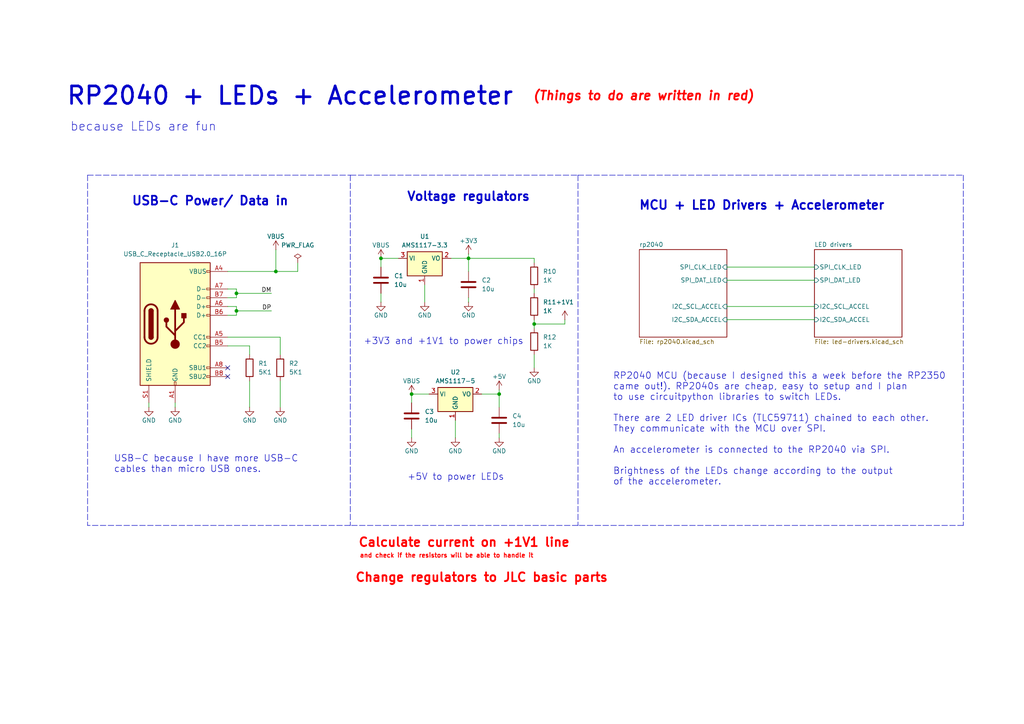
<source format=kicad_sch>
(kicad_sch (version 20231120) (generator "eeschema") (generator_version "8.0")
  (paper "A4")
  (lib_symbols
    (symbol "Connector:USB_C_Receptacle_USB2.0_16P" (pin_names (offset 1.016))
      (property "Reference" "J" (at 0 22.225 0))
      (property "Value" "USB_C_Receptacle_USB2.0_16P" (at 0 19.685 0))
      (symbol "USB_C_Receptacle_USB2.0_16P_0_0"
        (rectangle (start -0.254 -17.78) (end 0.254 -16.764))
        (rectangle (start 10.16 -14.986) (end 9.144 -15.494))
        (rectangle (start 10.16 -12.446) (end 9.144 -12.954))
        (rectangle (start 10.16 -6.096) (end 9.144 -6.604))
        (rectangle (start 10.16 -3.556) (end 9.144 -4.064))
        (rectangle (start 10.16 2.794) (end 9.144 2.286))
        (rectangle (start 10.16 5.334) (end 9.144 4.826))
        (rectangle (start 10.16 7.874) (end 9.144 7.366))
        (rectangle (start 10.16 10.414) (end 9.144 9.906))
        (rectangle (start 10.16 15.494) (end 9.144 14.986))
      )
      (symbol "USB_C_Receptacle_USB2.0_16P_0_1"
        (rectangle (start -10.16 17.78) (end 10.16 -17.78) (stroke (width 0.254)) (fill (type background)))
        (arc (start -8.89 -3.81) (mid -6.985 -5.7067) (end -5.08 -3.81) (stroke (width 0.508)))
        (arc (start -7.62 -3.81) (mid -6.985 -4.4423) (end -6.35 -3.81) (stroke (width 0.254)))
        (arc (start -7.62 -3.81) (mid -6.985 -4.4423) (end -6.35 -3.81) (stroke (width 0.254)) (fill (type outline)))
        (rectangle (start -7.62 -3.81) (end -6.35 3.81) (stroke (width 0.254)) (fill (type outline)))
        (arc (start -6.35 3.81) (mid -6.985 4.4423) (end -7.62 3.81) (stroke (width 0.254)))
        (arc (start -6.35 3.81) (mid -6.985 4.4423) (end -7.62 3.81) (stroke (width 0.254)) (fill (type outline)))
        (arc (start -5.08 3.81) (mid -6.985 5.7067) (end -8.89 3.81) (stroke (width 0.508)))
        (circle (center -2.54 1.143) (radius 0.635) (stroke (width 0.254)) (fill (type outline)))
        (circle (center 0 -5.842) (radius 1.27) (fill (type outline)))
        (polyline (pts (xy -8.89 -3.81) (xy -8.89 3.81)) (stroke (width 0.508)))
        (polyline (pts (xy -5.08 3.81) (xy -5.08 -3.81)) (stroke (width 0.508)))
        (polyline (pts (xy 0 -5.842) (xy 0 4.318)) (stroke (width 0.508)))
        (polyline (pts (xy 0 -3.302) (xy -2.54 -0.762) (xy -2.54 0.508)) (stroke (width 0.508)))
        (polyline (pts (xy 0 -2.032) (xy 2.54 0.508) (xy 2.54 1.778)) (stroke (width 0.508)))
        (polyline (pts (xy -1.27 4.318) (xy 0 6.858) (xy 1.27 4.318) (xy -1.27 4.318)) (stroke (width 0.254)) (fill (type outline)))
        (rectangle (start 1.905 1.778) (end 3.175 3.048) (stroke (width 0.254)) (fill (type outline)))
      )
      (symbol "USB_C_Receptacle_USB2.0_16P_1_1"
        (pin passive line (at 0 -22.86 90) (length 5.08) (name "GND") (number "A1"))
        (pin passive line (at 0 -22.86 90) (length 5.08) hide (name "GND") (number "A12"))
        (pin passive line (at 15.24 15.24 180) (length 5.08) (name "VBUS") (number "A4"))
        (pin bidirectional line (at 15.24 -3.81 180) (length 5.08) (name "CC1") (number "A5"))
        (pin bidirectional line (at 15.24 5.08 180) (length 5.08) (name "D+") (number "A6"))
        (pin bidirectional line (at 15.24 10.16 180) (length 5.08) (name "D-") (number "A7"))
        (pin bidirectional line (at 15.24 -12.7 180) (length 5.08) (name "SBU1") (number "A8"))
        (pin passive line (at 15.24 15.24 180) (length 5.08) hide (name "VBUS") (number "A9"))
        (pin passive line (at 0 -22.86 90) (length 5.08) hide (name "GND") (number "B1"))
        (pin passive line (at 0 -22.86 90) (length 5.08) hide (name "GND") (number "B12"))
        (pin passive line (at 15.24 15.24 180) (length 5.08) hide (name "VBUS") (number "B4"))
        (pin bidirectional line (at 15.24 -6.35 180) (length 5.08) (name "CC2") (number "B5"))
        (pin bidirectional line (at 15.24 2.54 180) (length 5.08) (name "D+") (number "B6"))
        (pin bidirectional line (at 15.24 7.62 180) (length 5.08) (name "D-") (number "B7"))
        (pin bidirectional line (at 15.24 -15.24 180) (length 5.08) (name "SBU2") (number "B8"))
        (pin passive line (at 15.24 15.24 180) (length 5.08) hide (name "VBUS") (number "B9"))
        (pin passive line (at -7.62 -22.86 90) (length 5.08) (name "SHIELD") (number "S1"))
      )
    )
    (symbol "Device:C" (pin_numbers hide) (pin_names (offset 0.254))
      (property "Reference" "C" (at 0.635 2.54 0))
      (property "Value" "10u" (at 0.635 -2.54 0))
      (symbol "C_0_1"
        (polyline (pts (xy -2.032 -0.762) (xy 2.032 -0.762)) (stroke (width 0.508)))
        (polyline (pts (xy -2.032 0.762) (xy 2.032 0.762)) (stroke (width 0.508)))
      )
      (symbol "C_1_1"
        (pin passive line (at 0 3.81 270) (length 2.794) (name "~") (number "1"))
        (pin passive line (at 0 -3.81 90) (length 2.794) (name "~") (number "2"))
      )
    )
    (symbol "jellybeans:C-0603-10u-25V" (pin_numbers hide) (pin_names (offset 0.254))
      (property "Reference" "C" (at 0.635 2.54 0))
      (property "Value" "10u" (at 0.635 -2.54 0))
      (symbol "C-0603-10u-25V_0_1"
        (polyline (pts (xy -2.032 -0.762) (xy 2.032 -0.762)) (stroke (width 0.508)))
        (polyline (pts (xy -2.032 0.762) (xy 2.032 0.762)) (stroke (width 0.508)))
      )
      (symbol "C-0603-10u-25V_1_1"
        (pin passive line (at 0 3.81 270) (length 2.794) (name "~") (number "1"))
        (pin passive line (at 0 -3.81 90) (length 2.794) (name "~") (number "2"))
      )
    )
    (symbol "jellybeans:R-0402-5K1" (pin_numbers hide) (pin_names (offset 0))
      (property "Reference" "R" (at 2.032 0 90))
      (property "Value" "5K1" (at 0 0 90))
      (symbol "R-0402-5K1_0_1"
        (rectangle (start -1.016 -2.54) (end 1.016 2.54) (stroke (width 0.254)))
      )
      (symbol "R-0402-5K1_1_1"
        (pin passive line (at 0 3.81 270) (length 1.27) (name "~") (number "1"))
        (pin passive line (at 0 -3.81 90) (length 1.27) (name "~") (number "2"))
      )
    )
    (symbol "jellybeans:R-0603-1K" (pin_numbers hide) (pin_names (offset 0))
      (property "Reference" "R" (at 2.286 1.524 0))
      (property "Value" "1K" (at 2.794 -1.524 0))
      (symbol "R-0603-1K_0_1"
        (rectangle (start -1.016 -2.54) (end 1.016 2.54) (stroke (width 0.254)))
      )
      (symbol "R-0603-1K_1_1"
        (pin passive line (at 0 3.81 270) (length 1.27) (name "~") (number "1"))
        (pin passive line (at 0 -3.81 90) (length 1.27) (name "~") (number "2"))
      )
    )
    (symbol "power:+1V1" (power) (pin_numbers hide) (pin_names (offset 0) hide)
      (property "Value" "+1V1" (at 0 3.556 0))
      (symbol "+1V1_0_1"
        (polyline (pts (xy -0.762 1.27) (xy 0 2.54)))
        (polyline (pts (xy 0 0) (xy 0 2.54)))
        (polyline (pts (xy 0 2.54) (xy 0.762 1.27)))
      )
      (symbol "+1V1_1_1"
        (pin power_in line (at 0 0 90) (length 0) (name "~") (number "1"))
      )
    )
    (symbol "power:+3V3" (power) (pin_numbers hide) (pin_names (offset 0) hide)
      (property "Value" "+3V3" (at 0 3.556 0))
      (symbol "+3V3_0_1"
        (polyline (pts (xy -0.762 1.27) (xy 0 2.54)))
        (polyline (pts (xy 0 0) (xy 0 2.54)))
        (polyline (pts (xy 0 2.54) (xy 0.762 1.27)))
      )
      (symbol "+3V3_1_1"
        (pin power_in line (at 0 0 90) (length 0) (name "~") (number "1"))
      )
    )
    (symbol "power:GND" (power) (pin_numbers hide) (pin_names (offset 0) hide)
      (property "Value" "GND" (at 0 -3.81 0))
      (symbol "GND_0_1"
        (polyline (pts (xy 0 0) (xy 0 -1.27) (xy 1.27 -1.27) (xy 0 -2.54) (xy -1.27 -1.27) (xy 0 -1.27)))
      )
      (symbol "GND_1_1"
        (pin power_in line (at 0 0 270) (length 0) (name "~") (number "1"))
      )
    )
    (symbol "power:PWR_FLAG" (power) (pin_numbers hide) (pin_names (offset 0) hide)
      (property "Value" "PWR_FLAG" (at 0 3.81 0))
      (symbol "PWR_FLAG_0_0"
        (pin power_out line (at 0 0 90) (length 0) (name "~") (number "1"))
      )
      (symbol "PWR_FLAG_0_1"
        (polyline (pts (xy 0 0) (xy 0 1.27) (xy -1.016 1.905) (xy 0 2.54) (xy 1.016 1.905) (xy 0 1.27)))
      )
    )
    (symbol "power:VBUS" (power) (pin_numbers hide) (pin_names (offset 0) hide)
      (property "Value" "VBUS" (at 0 3.556 0))
      (symbol "VBUS_0_1"
        (polyline (pts (xy -0.762 1.27) (xy 0 2.54)))
        (polyline (pts (xy 0 0) (xy 0 2.54)))
        (polyline (pts (xy 0 2.54) (xy 0.762 1.27)))
      )
      (symbol "VBUS_1_1"
        (pin power_in line (at 0 0 90) (length 0) (name "~") (number "1"))
      )
    )
    (symbol "suchi_chips:AMS1117-3.3"
      (property "Reference" "U" (at 0 5.842 0))
      (property "Value" "AMS1117-3.3" (at 0 0 0))
      (symbol "AMS1117-3.3_0_1"
        (rectangle (start -5.08 4.445) (end 5.08 -2.54) (stroke (width 0.254)) (fill (type background)))
      )
      (symbol "AMS1117-3.3_1_1"
        (pin power_in line (at 0 -5.08 90) (length 2.54) (name "GND") (number "1"))
        (pin power_out line (at 7.62 2.54 180) (length 2.54) (name "VO") (number "2"))
        (pin power_in line (at -7.62 2.54 0) (length 2.54) (name "VI") (number "3"))
      )
    )
    (symbol "suchi_chips:AMS1117-5V"
      (property "Reference" "U" (at 0 5.842 0))
      (property "Value" "AMS1117-5" (at 0 0 0))
      (symbol "AMS1117-5V_0_1"
        (rectangle (start -5.08 4.445) (end 5.08 -2.54) (stroke (width 0.254)) (fill (type background)))
      )
      (symbol "AMS1117-5V_1_1"
        (pin power_in line (at 0 -5.08 90) (length 2.54) (name "GND") (number "1"))
        (pin power_out line (at 7.62 2.54 180) (length 2.54) (name "VO") (number "2"))
        (pin power_in line (at -7.62 2.54 0) (length 2.54) (name "VI") (number "3"))
      )
    )
  )
  (junction (at 68.58 85.09))
  (junction (at 135.89 74.93))
  (junction (at 154.94 93.98))
  (junction (at 110.49 74.93))
  (junction (at 119.38 114.3))
  (junction (at 68.58 90.17))
  (junction (at 144.78 114.3))
  (junction (at 80.01 78.74))
  (no_connect (at 66.04 106.68))
  (no_connect (at 66.04 109.22))
  (wire (pts (xy 80.01 72.39) (xy 80.01 78.74)))
  (wire (pts (xy 68.58 85.09) (xy 68.58 86.36)))
  (wire (pts (xy 144.78 113.03) (xy 144.78 114.3)))
  (wire (pts (xy 139.7 114.3) (xy 144.78 114.3)))
  (wire (pts (xy 66.04 100.33) (xy 72.39 100.33)))
  (wire (pts (xy 81.28 110.49) (xy 81.28 118.11)))
  (wire (pts (xy 68.58 90.17) (xy 68.58 91.44)))
  (wire (pts (xy 124.46 114.3) (xy 119.38 114.3)))
  (wire (pts (xy 66.04 88.9) (xy 68.58 88.9)))
  (wire (pts (xy 66.04 78.74) (xy 80.01 78.74)))
  (wire (pts (xy 154.94 93.98) (xy 163.83 93.98)))
  (polyline (pts (xy 279.4 50.8) (xy 279.4 152.4)) (stroke (width 0) (type dash)))
  (wire (pts (xy 66.04 91.44) (xy 68.58 91.44)))
  (wire (pts (xy 72.39 110.49) (xy 72.39 118.11)))
  (wire (pts (xy 135.89 86.36) (xy 135.89 87.63)))
  (wire (pts (xy 119.38 124.46) (xy 119.38 127)))
  (wire (pts (xy 81.28 97.79) (xy 81.28 102.87)))
  (wire (pts (xy 66.04 83.82) (xy 68.58 83.82)))
  (wire (pts (xy 43.18 116.84) (xy 43.18 118.11)))
  (wire (pts (xy 119.38 114.3) (xy 119.38 116.84)))
  (wire (pts (xy 68.58 90.17) (xy 78.74 90.17)))
  (wire (pts (xy 154.94 92.71) (xy 154.94 93.98)))
  (polyline (pts (xy 167.64 152.4) (xy 101.6 152.4)) (stroke (width 0) (type dash)))
  (wire (pts (xy 154.94 74.93) (xy 154.94 76.2)))
  (wire (pts (xy 123.19 82.55) (xy 123.19 87.63)))
  (wire (pts (xy 68.58 85.09) (xy 78.74 85.09)))
  (wire (pts (xy 86.36 78.74) (xy 80.01 78.74)))
  (polyline (pts (xy 167.64 50.8) (xy 167.64 152.4)) (stroke (width 0) (type dash)))
  (wire (pts (xy 144.78 125.73) (xy 144.78 127)))
  (polyline (pts (xy 167.64 50.8) (xy 279.4 50.8)) (stroke (width 0) (type dash)))
  (wire (pts (xy 154.94 93.98) (xy 154.94 95.25)))
  (wire (pts (xy 135.89 73.66) (xy 135.89 74.93)))
  (wire (pts (xy 68.58 86.36) (xy 66.04 86.36)))
  (wire (pts (xy 72.39 100.33) (xy 72.39 102.87)))
  (wire (pts (xy 144.78 114.3) (xy 144.78 118.11)))
  (wire (pts (xy 132.08 121.92) (xy 132.08 127)))
  (wire (pts (xy 135.89 74.93) (xy 154.94 74.93)))
  (wire (pts (xy 50.8 116.84) (xy 50.8 118.11)))
  (wire (pts (xy 115.57 74.93) (xy 110.49 74.93)))
  (wire (pts (xy 135.89 74.93) (xy 135.89 78.74)))
  (polyline (pts (xy 101.6 50.8) (xy 101.6 152.4)) (stroke (width 0) (type dash)))
  (wire (pts (xy 130.81 74.93) (xy 135.89 74.93)))
  (wire (pts (xy 154.94 83.82) (xy 154.94 85.09)))
  (polyline (pts (xy 101.6 50.8) (xy 167.64 50.8)) (stroke (width 0) (type dash)))
  (wire (pts (xy 210.82 81.28) (xy 236.22 81.28)))
  (wire (pts (xy 68.58 88.9) (xy 68.58 90.17)))
  (wire (pts (xy 154.94 102.87) (xy 154.94 106.68)))
  (polyline (pts (xy 101.6 152.4) (xy 25.4 152.4)) (stroke (width 0) (type dash)))
  (polyline (pts (xy 279.4 152.4) (xy 167.64 152.4)) (stroke (width 0) (type dash)))
  (wire (pts (xy 163.83 92.71) (xy 163.83 93.98)))
  (wire (pts (xy 68.58 83.82) (xy 68.58 85.09)))
  (wire (pts (xy 210.82 92.71) (xy 236.22 92.71)))
  (wire (pts (xy 210.82 88.9) (xy 236.22 88.9)))
  (wire (pts (xy 86.36 76.2) (xy 86.36 78.74)))
  (wire (pts (xy 210.82 77.47) (xy 236.22 77.47)))
  (polyline (pts (xy 25.4 50.8) (xy 25.4 152.4)) (stroke (width 0) (type dash)))
  (wire (pts (xy 110.49 85.09) (xy 110.49 87.63)))
  (polyline (pts (xy 25.4 50.8) (xy 101.6 50.8)) (stroke (width 0) (type dash)))
  (wire (pts (xy 110.49 74.93) (xy 110.49 77.47)))
  (wire (pts (xy 66.04 97.79) (xy 81.28 97.79)))
  (text "+5V to power LEDs" (at 118.11 138.43 0) (effects (font (size 1.905 1.905)) (justify left)))
  (text "MCU + LED Drivers + Accelerometer" (at 220.98 59.69 0) (effects (font (size 2.54 2.54) (thickness 0.508) (bold yes))))
  (text "+3V3 and +1V1 to power chips" (at 105.41 99.06 0) (effects (font (size 1.905 1.905)) (justify left)))
  (text "(Things to do are written in red)" (at 186.69 27.94 0) (effects (font (size 2.54 2.54) (bold yes) (italic yes))))
  (text "RP2040 + LEDs + Accelerometer" (at 19.05 27.94 0) (effects (font (size 5.08 5.08) (thickness 0.762) (bold yes)) (justify left)))
  (text "USB-C Power/ Data in" (at 60.96 58.42 0) (effects (font (size 2.54 2.54) (thickness 0.508) (bold yes))))
  (text "Voltage regulators" (at 135.89 57.15 0) (effects (font (size 2.54 2.54) (thickness 0.508) (bold yes))))
  (text "RP2040 MCU (because I designed this a week before the RP2350\ncame out!). RP2040s are cheap, easy to setup and I plan\nto use circuitpython libraries to switch LEDs.\n\nThere are 2 LED driver ICs (TLC59711) chained to each other.\nThey communicate with the MCU over SPI.\n\nAn accelerometer is connected to the RP2040 via SPI.\n\nBrightness of the LEDs change according to the output\nof the accelerometer." (at 177.8 124.46 0) (effects (font (size 1.905 1.905)) (justify left)))
  (text "Change regulators to JLC basic parts" (at 139.7 167.64 0) (effects (font (size 2.54 2.54) (bold yes))))
  (text "Calculate current on +1V1 line" (at 134.62 157.48 0) (effects (font (size 2.54 2.54) (bold yes))))
  (text "and check if the resistors will be able to handle it" (at 129.54 161.29 0) (effects (font (size 1.27 1.27) (bold yes))))
  (text "because LEDs are fun" (at 20.32 36.83 0) (effects (font (size 2.54 2.54)) (justify left)))
  (text "USB-C because I have more USB-C\ncables than micro USB ones." (at 33.02 134.62 0) (effects (font (size 1.905 1.905)) (justify left)))
  (label "DM" (at 78.74 85.09 180))
  (label "DP" (at 78.74 90.17 180))
  (symbol (lib_id "power:GND") (at 72.39 118.11 0) (unit 1)
    (property "Reference" "#PWR02" (effects (hide yes)))
    (property "Value" "GND" (at 72.39 121.92 0))
    (property "Description" "Power symbol creates a global label with name \"GND\" , ground" (effects (hide yes)))
  )
  (symbol (lib_id "power:GND") (at 119.38 127 0) (unit 1)
    (property "Reference" "#PWR012" (effects (hide yes)))
    (property "Value" "GND" (at 119.38 130.81 0))
    (property "Description" "Power symbol creates a global label with name \"GND\" , ground" (effects (hide yes)))
  )
  (symbol (lib_id "jellybeans:R-0603-1K") (at 154.94 88.9 0) (unit 1)
    (property "Reference" "R11" (at 157.48 87.6299 0) (effects (justify left)))
    (property "Value" "1K" (at 157.48 90.1699 0) (effects (justify left)))
    (property "Footprint" "Resistor_SMD:R_0603_1608Metric" (effects (hide yes)))
    (property "Description" "100mW Thick Film Resistors 75V ±1% ±200ppm/℃ 27Ω 0603 Chip Resistor - Surface Mount ROHS " (effects (hide yes)))
    (property "JLC" "C21190" (effects (hide yes)))
    (property "MFG" "UNI-ROYAL(Uniroyal Elec)" (effects (hide yes)))
    (property "MPN" "0603WAF1001T5E" (effects (hide yes)))
  )
  (symbol (lib_id "jellybeans:R-0402-5K1") (at 81.28 106.68 0) (unit 1)
    (property "Reference" "R2" (at 83.82 105.4099 0) (effects (justify left)))
    (property "Value" "5K1" (at 83.82 107.9499 0) (effects (justify left)))
    (property "Footprint" "Resistor_SMD:R_0603_1608Metric" (effects (hide yes)))
    (property "Description" "Resistor" (effects (hide yes)))
    (property "JLC" "C25197" (effects (hide yes)))
    (property "MFG" "UNI-ROYAL(Uniroyal Elec)" (effects (hide yes)))
    (property "MPN" "0603WAF510KT5E" (effects (hide yes)))
  )
  (symbol (lib_id "power:GND") (at 43.18 118.11 0) (unit 1)
    (property "Reference" "#PWR04" (effects (hide yes)))
    (property "Value" "GND" (at 43.18 121.92 0))
    (property "Description" "Power symbol creates a global label with name \"GND\" , ground" (effects (hide yes)))
  )
  (symbol (lib_id "Device:C") (at 135.89 82.55 0) (unit 1)
    (property "Reference" "C2" (at 139.7 81.2799 0) (effects (justify left)))
    (property "Value" "10u" (at 139.7 83.8199 0) (effects (justify left)))
    (property "Footprint" "Capacitor_SMD:C_0805_2012Metric" (effects (hide yes)))
    (property "Description" "25V 10uF X5R ±10% 0805 Multilayer Ceramic Capacitors MLCC - SMD/SMT ROHS " (effects (hide yes)))
    (property "MFG" "Samsung Electro-Mechanics " (effects (hide yes)))
    (property "MPN" "CL21A106KAYNNNE" (effects (hide yes)))
    (property "JLC" "C15850" (effects (hide yes)))
  )
  (symbol (lib_id "power:GND") (at 81.28 118.11 0) (unit 1)
    (property "Reference" "#PWR03" (effects (hide yes)))
    (property "Value" "GND" (at 81.28 121.92 0))
    (property "Description" "Power symbol creates a global label with name \"GND\" , ground" (effects (hide yes)))
  )
  (symbol (lib_id "power:VBUS") (at 80.01 72.39 0) (unit 1)
    (property "Reference" "#PWR05" (effects (hide yes)))
    (property "Value" "VBUS" (at 80.01 68.58 0))
    (property "Description" "Power symbol creates a global label with name \"VBUS\"" (effects (hide yes)))
  )
  (symbol (lib_id "power:GND") (at 123.19 87.63 0) (unit 1)
    (property "Reference" "#PWR07" (effects (hide yes)))
    (property "Value" "GND" (at 123.19 91.44 0))
    (property "Description" "Power symbol creates a global label with name \"GND\" , ground" (effects (hide yes)))
  )
  (symbol (lib_id "power:PWR_FLAG") (at 86.36 76.2 0) (unit 1)
    (property "Reference" "#FLG01" (effects (hide yes)))
    (property "Value" "PWR_FLAG" (at 86.36 71.12 0))
    (property "Description" "Special symbol for telling ERC where power comes from" (effects (hide yes)))
  )
  (symbol (lib_id "power:VBUS") (at 110.49 74.93 0) (unit 1)
    (property "Reference" "#PWR09" (effects (hide yes)))
    (property "Value" "VBUS" (at 110.49 71.12 0))
    (property "Description" "Power symbol creates a global label with name \"VBUS\"" (effects (hide yes)))
  )
  (symbol (lib_id "Device:C") (at 144.78 121.92 0) (unit 1)
    (property "Reference" "C4" (at 148.59 120.6499 0) (effects (justify left)))
    (property "Value" "10u" (at 148.59 123.1899 0) (effects (justify left)))
    (property "Footprint" "Capacitor_SMD:C_0805_2012Metric" (effects (hide yes)))
    (property "Description" "25V 10uF X5R ±10% 0805 Multilayer Ceramic Capacitors MLCC - SMD/SMT ROHS " (effects (hide yes)))
    (property "MFG" "Samsung Electro-Mechanics " (effects (hide yes)))
    (property "MPN" "CL21A106KAYNNNE" (effects (hide yes)))
    (property "JLC" "C15850" (effects (hide yes)))
  )
  (symbol (lib_id "power:VBUS") (at 119.38 114.3 0) (unit 1)
    (property "Reference" "#PWR011" (effects (hide yes)))
    (property "Value" "VBUS" (at 119.38 110.49 0))
    (property "Description" "Power symbol creates a global label with name \"VBUS\"" (effects (hide yes)))
  )
  (symbol (lib_id "power:GND") (at 50.8 118.11 0) (unit 1)
    (property "Reference" "#PWR01" (effects (hide yes)))
    (property "Value" "GND" (at 50.8 121.92 0))
    (property "Description" "Power symbol creates a global label with name \"GND\" , ground" (effects (hide yes)))
  )
  (symbol (lib_id "jellybeans:C-0603-10u-25V") (at 110.49 81.28 0) (unit 1)
    (property "Reference" "C1" (at 114.3 80.0099 0) (effects (justify left)))
    (property "Value" "10u" (at 114.3 82.5499 0) (effects (justify left)))
    (property "Footprint" "Capacitor_SMD:C_0603_1608Metric" (effects (hide yes)))
    (property "Description" "25V 10uF X5R ±20% 0603 Multilayer Ceramic Capacitors MLCC - SMD/SMT ROHS" (effects (hide yes)))
    (property "MFG" "FH (Guangdong Fenghua Advanced Tech) " (effects (hide yes)))
    (property "MPN" "0603X106M250NT" (effects (hide yes)))
    (property "JLC" "C479655" (effects (hide yes)))
  )
  (symbol (lib_id "suchi_chips:AMS1117-5V") (at 132.08 116.84 0) (unit 1)
    (property "Reference" "U2" (at 132.08 107.95 0))
    (property "Value" "AMS1117-5" (at 132.08 110.49 0))
    (property "Footprint" "Package_TO_SOT_SMD:SOT-223-3_TabPin2" (effects (hide yes)))
    (property "Datasheet" "http://www.advanced-monolithic.com/pdf/ds1117.pdf" (effects (hide yes)))
    (property "Description" "1A Low Dropout regulator, positive, 5V fixed output, SOT-223" (effects (hide yes)))
    (property "MFG" "Advanced Monolithic Systems" (effects (hide yes)))
    (property "MPN" "AMS1117-3.3V" (effects (hide yes)))
    (property "JLC" "C6187" (effects (hide yes)))
  )
  (symbol (lib_id "power:GND") (at 144.78 127 0) (unit 1)
    (property "Reference" "#PWR015" (effects (hide yes)))
    (property "Value" "GND" (at 144.78 130.81 0))
    (property "Description" "Power symbol creates a global label with name \"GND\" , ground" (effects (hide yes)))
  )
  (symbol (lib_id "Connector:USB_C_Receptacle_USB2.0_16P") (at 50.8 93.98 0) (unit 1)
    (property "Reference" "J1" (at 50.8 71.12 0))
    (property "Value" "USB_C_Receptacle_USB2.0_16P" (at 50.8 73.66 0))
    (property "Datasheet" "https://www.usb.org/sites/default/files/documents/usb_type-c.zip" (effects (hide yes)))
    (property "Description" "USB 2.0-only 16P Type-C Receptacle connector" (effects (hide yes)))
    (property "MFG" "SHOU HAN " (effects (hide yes)))
    (property "MPN" "TYPE-C16PIN " (effects (hide yes)))
    (property "JLC" "C393939" (effects (hide yes)))
  )
  (symbol (lib_id "power:+3V3") (at 144.78 113.03 0) (unit 1)
    (property "Reference" "#PWR014" (effects (hide yes)))
    (property "Value" "+5V" (at 144.78 109.22 0))
    (property "Description" "Power symbol creates a global label with name \"+3V3\"" (effects (hide yes)))
  )
  (symbol (lib_id "jellybeans:R-0603-1K") (at 154.94 99.06 0) (unit 1)
    (property "Reference" "R12" (at 157.48 97.7899 0) (effects (justify left)))
    (property "Value" "1K" (at 157.48 100.3299 0) (effects (justify left)))
    (property "Footprint" "Resistor_SMD:R_0603_1608Metric" (effects (hide yes)))
    (property "Description" "100mW Thick Film Resistors 75V ±1% ±200ppm/℃ 27Ω 0603 Chip Resistor - Surface Mount ROHS " (effects (hide yes)))
    (property "JLC" "C21190" (effects (hide yes)))
    (property "MFG" "UNI-ROYAL(Uniroyal Elec)" (effects (hide yes)))
    (property "MPN" "0603WAF1001T5E" (effects (hide yes)))
  )
  (symbol (lib_id "power:+1V1") (at 163.83 92.71 0) (unit 1)
    (property "Reference" "#PWR056" (effects (hide yes)))
    (property "Value" "+1V1" (at 163.83 87.63 0))
    (property "Description" "Power symbol creates a global label with name \"+1V1\"" (effects (hide yes)))
  )
  (symbol (lib_id "power:GND") (at 135.89 87.63 0) (unit 1)
    (property "Reference" "#PWR08" (effects (hide yes)))
    (property "Value" "GND" (at 135.89 91.44 0))
    (property "Description" "Power symbol creates a global label with name \"GND\" , ground" (effects (hide yes)))
  )
  (symbol (lib_id "jellybeans:R-0603-1K") (at 154.94 80.01 0) (unit 1)
    (property "Reference" "R10" (at 157.48 78.7399 0) (effects (justify left)))
    (property "Value" "1K" (at 157.48 81.2799 0) (effects (justify left)))
    (property "Footprint" "Resistor_SMD:R_0603_1608Metric" (effects (hide yes)))
    (property "Description" "100mW Thick Film Resistors 75V ±1% ±200ppm/℃ 27Ω 0603 Chip Resistor - Surface Mount ROHS " (effects (hide yes)))
    (property "JLC" "C21190" (effects (hide yes)))
    (property "MFG" "UNI-ROYAL(Uniroyal Elec)" (effects (hide yes)))
    (property "MPN" "0603WAF1001T5E" (effects (hide yes)))
  )
  (symbol (lib_id "power:GND") (at 132.08 127 0) (unit 1)
    (property "Reference" "#PWR013" (effects (hide yes)))
    (property "Value" "GND" (at 132.08 130.81 0))
    (property "Description" "Power symbol creates a global label with name \"GND\" , ground" (effects (hide yes)))
  )
  (symbol (lib_id "jellybeans:C-0603-10u-25V") (at 119.38 120.65 0) (unit 1)
    (property "Reference" "C3" (at 123.19 119.3799 0) (effects (justify left)))
    (property "Value" "10u" (at 123.19 121.9199 0) (effects (justify left)))
    (property "Footprint" "Capacitor_SMD:C_0603_1608Metric" (effects (hide yes)))
    (property "Description" "25V 10uF X5R ±20% 0603 Multilayer Ceramic Capacitors MLCC - SMD/SMT ROHS" (effects (hide yes)))
    (property "MFG" "FH (Guangdong Fenghua Advanced Tech) " (effects (hide yes)))
    (property "MPN" "0603X106M250NT" (effects (hide yes)))
    (property "JLC" "C479655" (effects (hide yes)))
  )
  (symbol (lib_id "power:+3V3") (at 135.89 73.66 0) (unit 1)
    (property "Reference" "#PWR010" (effects (hide yes)))
    (property "Value" "+3V3" (at 135.89 69.85 0))
    (property "Description" "Power symbol creates a global label with name \"+3V3\"" (effects (hide yes)))
  )
  (symbol (lib_id "jellybeans:R-0402-5K1") (at 72.39 106.68 0) (unit 1)
    (property "Reference" "R1" (at 74.93 105.4099 0) (effects (justify left)))
    (property "Value" "5K1" (at 74.93 107.9499 0) (effects (justify left)))
    (property "Footprint" "Resistor_SMD:R_0201_0603Metric" (effects (hide yes)))
    (property "Description" "Resistor" (effects (hide yes)))
    (property "JLC" "C25197" (effects (hide yes)))
    (property "MFG" "UNI-ROYAL(Uniroyal Elec)" (effects (hide yes)))
    (property "MPN" "0603WAF510KT5E" (effects (hide yes)))
  )
  (symbol (lib_id "suchi_chips:AMS1117-3.3") (at 123.19 77.47 0) (unit 1)
    (property "Reference" "U1" (at 123.19 68.58 0))
    (property "Value" "AMS1117-3.3" (at 123.19 71.12 0))
    (property "Footprint" "Package_TO_SOT_SMD:SOT-223-3_TabPin2" (effects (hide yes)))
    (property "Datasheet" "http://www.advanced-monolithic.com/pdf/ds1117.pdf" (effects (hide yes)))
    (property "Description" "1A Low Dropout regulator, positive, 3.3V fixed output, SOT-223" (effects (hide yes)))
    (property "JLC" "C5120765" (effects (hide yes)))
    (property "MFG" "MSKSEMI" (effects (hide yes)))
    (property "MPN" "AMS1117-3.3V" (effects (hide yes)))
  )
  (symbol (lib_id "power:GND") (at 110.49 87.63 0) (unit 1)
    (property "Reference" "#PWR06" (effects (hide yes)))
    (property "Value" "GND" (at 110.49 91.44 0))
    (property "Description" "Power symbol creates a global label with name \"GND\" , ground" (effects (hide yes)))
  )
  (symbol (lib_id "power:GND") (at 154.94 106.68 0) (unit 1)
    (property "Reference" "#PWR055" (effects (hide yes)))
    (property "Value" "GND" (at 154.94 110.49 0))
    (property "Description" "Power symbol creates a global label with name \"GND\" , ground" (effects (hide yes)))
  )
  (sheet (at 185.42 72.39) (size 25.4 25.4) (stroke (width 0.1524))
    (property "Sheetname" "rp2040" (at 185.42 71.6784 0) (effects (justify left bottom)))
    (property "Sheetfile" "rp2040.kicad_sch" (at 185.42 98.3746 0) (effects (justify left top)))
    (pin "SPI_CLK_LED" input (at 210.82 77.47 0))
    (pin "I2C_SCL_ACCEL" input (at 210.82 88.9 0))
    (pin "I2C_SDA_ACCEL" input (at 210.82 92.71 0))
    (pin "SPI_DAT_LED" input (at 210.82 81.28 0))
  )
  (sheet (at 236.22 72.39) (size 25.4 25.4) (stroke (width 0.1524))
    (property "Sheetname" "LED drivers" (at 236.22 71.6784 0) (effects (justify left bottom)))
    (property "Sheetfile" "led-drivers.kicad_sch" (at 236.22 98.3746 0) (effects (justify left top)))
    (pin "SPI_CLK_LED" input (at 236.22 77.47 180))
    (pin "SPI_DAT_LED" input (at 236.22 81.28 180))
    (pin "I2C_SCL_ACCEL" input (at 236.22 88.9 180))
    (pin "I2C_SDA_ACCEL" input (at 236.22 92.71 180))
  )
)
</source>
